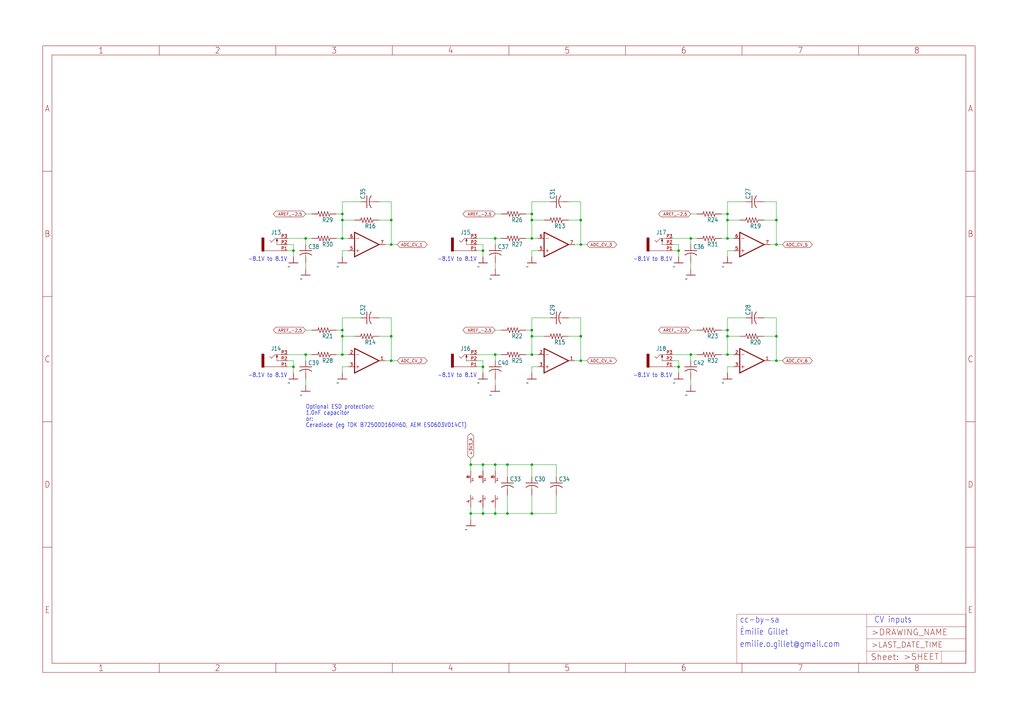
<source format=kicad_sch>
(kicad_sch (version 20211123) (generator eeschema)
  (paper "User" 425.45 299.161)
  (lib_symbols
    (symbol "stages_v70-eagle-import:A3L-LOC"
      (symbol "A3L-LOC_0_0"
        (polyline (pts (xy 0 52.07) (xy 3.81 52.07)))
        (polyline (pts (xy 0 104.14) (xy 3.81 104.14)))
        (polyline (pts (xy 0 156.21) (xy 3.81 156.21)))
        (polyline (pts (xy 0 208.28) (xy 3.81 208.28)))
        (polyline (pts (xy 3.81 3.81) (xy 3.81 256.54)))
        (polyline (pts (xy 48.4188 0) (xy 48.4188 3.81)))
        (polyline (pts (xy 48.4188 256.54) (xy 48.4188 260.35)))
        (polyline (pts (xy 96.8375 0) (xy 96.8375 3.81)))
        (polyline (pts (xy 96.8375 256.54) (xy 96.8375 260.35)))
        (polyline (pts (xy 145.2563 0) (xy 145.2563 3.81)))
        (polyline (pts (xy 145.2563 256.54) (xy 145.2563 260.35)))
        (polyline (pts (xy 193.675 0) (xy 193.675 3.81)))
        (polyline (pts (xy 193.675 256.54) (xy 193.675 260.35)))
        (polyline (pts (xy 242.0938 0) (xy 242.0938 3.81)))
        (polyline (pts (xy 242.0938 256.54) (xy 242.0938 260.35)))
        (polyline (pts (xy 290.5125 0) (xy 290.5125 3.81)))
        (polyline (pts (xy 290.5125 256.54) (xy 290.5125 260.35)))
        (polyline (pts (xy 338.9313 0) (xy 338.9313 3.81)))
        (polyline (pts (xy 338.9313 256.54) (xy 338.9313 260.35)))
        (polyline (pts (xy 383.54 3.81) (xy 3.81 3.81)))
        (polyline (pts (xy 383.54 3.81) (xy 383.54 256.54)))
        (polyline (pts (xy 383.54 52.07) (xy 387.35 52.07)))
        (polyline (pts (xy 383.54 104.14) (xy 387.35 104.14)))
        (polyline (pts (xy 383.54 156.21) (xy 387.35 156.21)))
        (polyline (pts (xy 383.54 208.28) (xy 387.35 208.28)))
        (polyline (pts (xy 383.54 256.54) (xy 3.81 256.54)))
        (polyline (pts (xy 0 0) (xy 387.35 0) (xy 387.35 260.35) (xy 0 260.35) (xy 0 0)))
        (text "1" (at 24.2094 1.905 0) (effects (font (size 2.54 2.286))))
        (text "1" (at 24.2094 258.445 0) (effects (font (size 2.54 2.286))))
        (text "2" (at 72.6281 1.905 0) (effects (font (size 2.54 2.286))))
        (text "2" (at 72.6281 258.445 0) (effects (font (size 2.54 2.286))))
        (text "3" (at 121.0469 1.905 0) (effects (font (size 2.54 2.286))))
        (text "3" (at 121.0469 258.445 0) (effects (font (size 2.54 2.286))))
        (text "4" (at 169.4656 1.905 0) (effects (font (size 2.54 2.286))))
        (text "4" (at 169.4656 258.445 0) (effects (font (size 2.54 2.286))))
        (text "5" (at 217.8844 1.905 0) (effects (font (size 2.54 2.286))))
        (text "5" (at 217.8844 258.445 0) (effects (font (size 2.54 2.286))))
        (text "6" (at 266.3031 1.905 0) (effects (font (size 2.54 2.286))))
        (text "6" (at 266.3031 258.445 0) (effects (font (size 2.54 2.286))))
        (text "7" (at 314.7219 1.905 0) (effects (font (size 2.54 2.286))))
        (text "7" (at 314.7219 258.445 0) (effects (font (size 2.54 2.286))))
        (text "8" (at 363.1406 1.905 0) (effects (font (size 2.54 2.286))))
        (text "8" (at 363.1406 258.445 0) (effects (font (size 2.54 2.286))))
        (text "A" (at 1.905 234.315 0) (effects (font (size 2.54 2.286))))
        (text "A" (at 385.445 234.315 0) (effects (font (size 2.54 2.286))))
        (text "B" (at 1.905 182.245 0) (effects (font (size 2.54 2.286))))
        (text "B" (at 385.445 182.245 0) (effects (font (size 2.54 2.286))))
        (text "C" (at 1.905 130.175 0) (effects (font (size 2.54 2.286))))
        (text "C" (at 385.445 130.175 0) (effects (font (size 2.54 2.286))))
        (text "D" (at 1.905 78.105 0) (effects (font (size 2.54 2.286))))
        (text "D" (at 385.445 78.105 0) (effects (font (size 2.54 2.286))))
        (text "E" (at 1.905 26.035 0) (effects (font (size 2.54 2.286))))
        (text "E" (at 385.445 26.035 0) (effects (font (size 2.54 2.286))))
      )
      (symbol "A3L-LOC_1_0"
        (polyline (pts (xy 288.29 3.81) (xy 288.29 24.13)) (stroke (width 0.1016)))
        (polyline (pts (xy 288.29 3.81) (xy 342.265 3.81)) (stroke (width 0.1016)))
        (polyline (pts (xy 288.29 24.13) (xy 342.265 24.13)) (stroke (width 0.1016)))
        (polyline (pts (xy 342.265 3.81) (xy 373.38 3.81)) (stroke (width 0.1016)))
        (polyline (pts (xy 342.265 8.89) (xy 342.265 3.81)) (stroke (width 0.1016)))
        (polyline (pts (xy 342.265 8.89) (xy 342.265 13.97)) (stroke (width 0.1016)))
        (polyline (pts (xy 342.265 13.97) (xy 342.265 19.05)) (stroke (width 0.1016)))
        (polyline (pts (xy 342.265 13.97) (xy 383.54 13.97)) (stroke (width 0.1016)))
        (polyline (pts (xy 342.265 19.05) (xy 342.265 24.13)) (stroke (width 0.1016)))
        (polyline (pts (xy 342.265 19.05) (xy 383.54 19.05)) (stroke (width 0.1016)))
        (polyline (pts (xy 342.265 24.13) (xy 383.54 24.13)) (stroke (width 0.1016)))
        (polyline (pts (xy 373.38 3.81) (xy 373.38 8.89)) (stroke (width 0.1016)))
        (polyline (pts (xy 373.38 3.81) (xy 383.54 3.81)) (stroke (width 0.1016)))
        (polyline (pts (xy 373.38 8.89) (xy 342.265 8.89)) (stroke (width 0.1016)))
        (polyline (pts (xy 373.38 8.89) (xy 383.54 8.89)) (stroke (width 0.1016)))
        (polyline (pts (xy 383.54 3.81) (xy 383.54 8.89)) (stroke (width 0.1016)))
        (polyline (pts (xy 383.54 8.89) (xy 383.54 13.97)) (stroke (width 0.1016)))
        (polyline (pts (xy 383.54 13.97) (xy 383.54 19.05)) (stroke (width 0.1016)))
        (polyline (pts (xy 383.54 19.05) (xy 383.54 24.13)) (stroke (width 0.1016)))
        (text ">DRAWING_NAME" (at 344.17 15.24 0) (effects (font (size 2.54 2.54)) (justify left bottom)))
        (text ">LAST_DATE_TIME" (at 344.17 10.16 0) (effects (font (size 2.286 2.286)) (justify left bottom)))
        (text ">SHEET" (at 357.505 5.08 0) (effects (font (size 2.54 2.54)) (justify left bottom)))
        (text "Sheet:" (at 343.916 4.953 0) (effects (font (size 2.54 2.54)) (justify left bottom)))
      )
    )
    (symbol "stages_v70-eagle-import:C-USC0402"
      (property "Reference" "C" (at 1.016 0.635 0))
      (property "Value" "C-USC0402" (at 1.016 -4.191 0))
      (symbol "C-USC0402_1_0"
        (arc (start 0 -1.0161) (mid -1.302 -1.2303) (end -2.4668 -1.8504) (stroke (width 0.254)))
        (polyline (pts (xy -2.54 0) (xy 2.54 0)) (stroke (width 0.254)))
        (polyline (pts (xy 0 -1.016) (xy 0 -2.54)) (stroke (width 0.1524)))
        (arc (start 2.4892 -1.8542) (mid 1.3158 -1.2195) (end 0 -1) (stroke (width 0.254)))
        (pin passive line (at 0 2.54 270) (length 2.54) (name "1") (number "1"))
        (pin passive line (at 0 -5.08 90) (length 2.54) (name "2") (number "2"))
      )
    )
    (symbol "stages_v70-eagle-import:C-USC0603"
      (property "Reference" "C" (at 1.016 0.635 0))
      (property "Value" "C-USC0603" (at 1.016 -4.191 0))
      (symbol "C-USC0603_1_0"
        (arc (start 0 -1.0161) (mid -1.302 -1.2303) (end -2.4668 -1.8504) (stroke (width 0.254)))
        (polyline (pts (xy -2.54 0) (xy 2.54 0)) (stroke (width 0.254)))
        (polyline (pts (xy 0 -1.016) (xy 0 -2.54)) (stroke (width 0.1524)))
        (arc (start 2.4892 -1.8542) (mid 1.3158 -1.2195) (end 0 -1) (stroke (width 0.254)))
        (pin passive line (at 0 2.54 270) (length 2.54) (name "1") (number "1"))
        (pin passive line (at 0 -5.08 90) (length 2.54) (name "2") (number "2"))
      )
    )
    (symbol "stages_v70-eagle-import:GND" (power)
      (property "Value" "GND" (at -2.54 -2.54 0))
      (symbol "GND_1_0"
        (polyline (pts (xy -1.905 0) (xy 1.905 0)) (stroke (width 0.254)))
        (pin power_in line (at 0 2.54 270) (length 2.54) (name "GND") (number "1"))
      )
    )
    (symbol "stages_v70-eagle-import:OPA1652DGK"
      (symbol "OPA1652DGK_1_0"
        (polyline (pts (xy -5.08 -5.08) (xy 5.08 0)) (stroke (width 0.4064)))
        (polyline (pts (xy -5.08 5.08) (xy -5.08 -5.08)) (stroke (width 0.4064)))
        (polyline (pts (xy -4.445 -2.54) (xy -3.175 -2.54)) (stroke (width 0.1524)))
        (polyline (pts (xy -4.445 2.54) (xy -3.175 2.54)) (stroke (width 0.1524)))
        (polyline (pts (xy -3.81 3.175) (xy -3.81 1.905)) (stroke (width 0.1524)))
        (polyline (pts (xy 5.08 0) (xy -5.08 5.08)) (stroke (width 0.4064)))
        (pin output line (at 7.62 0 180) (length 2.54) (name "OUT") (number "1"))
        (pin input line (at -7.62 -2.54 0) (length 2.54) (name "-IN") (number "2"))
        (pin input line (at -7.62 2.54 0) (length 2.54) (name "+IN") (number "3"))
      )
      (symbol "OPA1652DGK_2_0"
        (polyline (pts (xy -5.08 -5.08) (xy 5.08 0)) (stroke (width 0.4064)))
        (polyline (pts (xy -5.08 5.08) (xy -5.08 -5.08)) (stroke (width 0.4064)))
        (polyline (pts (xy -4.445 -2.54) (xy -3.175 -2.54)) (stroke (width 0.1524)))
        (polyline (pts (xy -4.445 2.54) (xy -3.175 2.54)) (stroke (width 0.1524)))
        (polyline (pts (xy -3.81 3.175) (xy -3.81 1.905)) (stroke (width 0.1524)))
        (polyline (pts (xy 5.08 0) (xy -5.08 5.08)) (stroke (width 0.4064)))
        (pin input line (at -7.62 2.54 0) (length 2.54) (name "+IN") (number "5"))
        (pin input line (at -7.62 -2.54 0) (length 2.54) (name "-IN") (number "6"))
        (pin output line (at 7.62 0 180) (length 2.54) (name "OUT") (number "7"))
      )
      (symbol "OPA1652DGK_3_0"
        (text "V+" (at 1.27 3.175 900) (effects (font (size 0.8128 0.6908)) (justify left bottom)))
        (text "V-" (at 1.27 -4.445 900) (effects (font (size 0.8128 0.6908)) (justify left bottom)))
        (pin power_in line (at 0 -7.62 90) (length 5.08) (name "V-") (number "4"))
        (pin power_in line (at 0 7.62 270) (length 5.08) (name "V+") (number "8"))
      )
    )
    (symbol "stages_v70-eagle-import:PJ301_THONKICONN6"
      (property "Reference" "J" (at -2.54 4.064 0))
      (symbol "PJ301_THONKICONN6_1_0"
        (polyline (pts (xy -2.54 -2.54) (xy 4.572 -2.54)) (stroke (width 0.1524)))
        (polyline (pts (xy -2.54 0) (xy -0.762 0)) (stroke (width 0.1524)))
        (polyline (pts (xy -2.54 2.54) (xy 0 2.54)) (stroke (width 0.1524)))
        (polyline (pts (xy -1.016 1.524) (xy -0.508 1.524)) (stroke (width 0.254)))
        (polyline (pts (xy -0.762 0) (xy -0.762 2.286)) (stroke (width 0.1524)))
        (polyline (pts (xy -0.762 2.286) (xy -1.016 1.524)) (stroke (width 0.254)))
        (polyline (pts (xy -0.508 1.524) (xy -0.762 2.286)) (stroke (width 0.254)))
        (polyline (pts (xy 0 2.54) (xy 1.524 1.016)) (stroke (width 0.1524)))
        (polyline (pts (xy 1.524 1.016) (xy 2.286 1.778)) (stroke (width 0.1524)))
        (rectangle (start 4.572 2.794) (end 5.588 -2.794) (fill (type outline)))
        (pin passive line (at -5.08 -2.54 0) (length 2.54) (name "1") (number "P1"))
        (pin passive line (at -5.08 0 0) (length 2.54) (name "2") (number "P2"))
        (pin passive line (at -5.08 2.54 0) (length 2.54) (name "3") (number "P3"))
      )
    )
    (symbol "stages_v70-eagle-import:R-US_R0402"
      (property "Reference" "R" (at -3.81 1.4986 0))
      (property "Value" "R-US_R0402" (at -3.81 -3.302 0))
      (symbol "R-US_R0402_1_0"
        (polyline (pts (xy -2.54 0) (xy -2.159 1.016)) (stroke (width 0.2032)))
        (polyline (pts (xy -2.159 1.016) (xy -1.524 -1.016)) (stroke (width 0.2032)))
        (polyline (pts (xy -1.524 -1.016) (xy -0.889 1.016)) (stroke (width 0.2032)))
        (polyline (pts (xy -0.889 1.016) (xy -0.254 -1.016)) (stroke (width 0.2032)))
        (polyline (pts (xy -0.254 -1.016) (xy 0.381 1.016)) (stroke (width 0.2032)))
        (polyline (pts (xy 0.381 1.016) (xy 1.016 -1.016)) (stroke (width 0.2032)))
        (polyline (pts (xy 1.016 -1.016) (xy 1.651 1.016)) (stroke (width 0.2032)))
        (polyline (pts (xy 1.651 1.016) (xy 2.286 -1.016)) (stroke (width 0.2032)))
        (polyline (pts (xy 2.286 -1.016) (xy 2.54 0)) (stroke (width 0.2032)))
        (pin passive line (at -5.08 0 0) (length 2.54) (name "1") (number "1"))
        (pin passive line (at 5.08 0 180) (length 2.54) (name "2") (number "2"))
      )
    )
  )
  (junction (at 142.24 147.32))
  (junction (at 121.92 152.4))
  (junction (at 241.3 91.44))
  (junction (at 220.98 193.04))
  (junction (at 241.3 139.7))
  (junction (at 322.58 139.7))
  (junction (at 162.56 91.44))
  (junction (at 302.26 88.9))
  (junction (at 162.56 139.7))
  (junction (at 205.74 213.36))
  (junction (at 302.26 99.06))
  (junction (at 200.66 104.14))
  (junction (at 205.74 193.04))
  (junction (at 241.3 149.86))
  (junction (at 281.94 104.14))
  (junction (at 302.26 91.44))
  (junction (at 220.98 139.7))
  (junction (at 241.3 101.6))
  (junction (at 142.24 139.7))
  (junction (at 200.66 152.4))
  (junction (at 322.58 101.6))
  (junction (at 220.98 91.44))
  (junction (at 287.02 147.32))
  (junction (at 195.58 193.04))
  (junction (at 220.98 99.06))
  (junction (at 200.66 213.36))
  (junction (at 287.02 99.06))
  (junction (at 142.24 91.44))
  (junction (at 210.82 193.04))
  (junction (at 121.92 104.14))
  (junction (at 142.24 88.9))
  (junction (at 220.98 88.9))
  (junction (at 205.74 147.32))
  (junction (at 210.82 213.36))
  (junction (at 142.24 99.06))
  (junction (at 205.74 99.06))
  (junction (at 162.56 149.86))
  (junction (at 162.56 101.6))
  (junction (at 127 99.06))
  (junction (at 220.98 137.16))
  (junction (at 220.98 147.32))
  (junction (at 302.26 147.32))
  (junction (at 200.66 193.04))
  (junction (at 281.94 152.4))
  (junction (at 322.58 149.86))
  (junction (at 142.24 137.16))
  (junction (at 127 147.32))
  (junction (at 322.58 91.44))
  (junction (at 302.26 137.16))
  (junction (at 195.58 213.36))
  (junction (at 220.98 213.36))
  (junction (at 302.26 139.7))
  (wire (pts (xy 210.82 213.36) (xy 210.82 205.74)))
  (wire (pts (xy 162.56 83.82) (xy 162.56 91.44)))
  (wire (pts (xy 127 157.48) (xy 127 160.02)))
  (wire (pts (xy 302.26 104.14) (xy 302.26 106.68)))
  (wire (pts (xy 304.8 104.14) (xy 302.26 104.14)))
  (wire (pts (xy 195.58 210.82) (xy 195.58 213.36)))
  (wire (pts (xy 220.98 213.36) (xy 220.98 205.74)))
  (wire (pts (xy 121.92 152.4) (xy 121.92 154.94)))
  (wire (pts (xy 302.26 88.9) (xy 302.26 91.44)))
  (wire (pts (xy 279.4 147.32) (xy 287.02 147.32)))
  (wire (pts (xy 302.26 91.44) (xy 302.26 99.06)))
  (wire (pts (xy 218.44 137.16) (xy 220.98 137.16)))
  (wire (pts (xy 220.98 83.82) (xy 220.98 88.9)))
  (wire (pts (xy 241.3 91.44) (xy 241.3 101.6)))
  (wire (pts (xy 281.94 104.14) (xy 281.94 106.68)))
  (wire (pts (xy 195.58 195.58) (xy 195.58 193.04)))
  (wire (pts (xy 287.02 157.48) (xy 287.02 160.02)))
  (wire (pts (xy 220.98 104.14) (xy 220.98 106.68)))
  (wire (pts (xy 322.58 149.86) (xy 320.04 149.86)))
  (wire (pts (xy 195.58 193.04) (xy 200.66 193.04)))
  (wire (pts (xy 200.66 210.82) (xy 200.66 213.36)))
  (wire (pts (xy 205.74 149.86) (xy 205.74 147.32)))
  (wire (pts (xy 279.4 152.4) (xy 281.94 152.4)))
  (wire (pts (xy 162.56 91.44) (xy 162.56 101.6)))
  (wire (pts (xy 220.98 88.9) (xy 220.98 91.44)))
  (wire (pts (xy 281.94 101.6) (xy 281.94 104.14)))
  (wire (pts (xy 157.48 132.08) (xy 162.56 132.08)))
  (wire (pts (xy 241.3 132.08) (xy 241.3 139.7)))
  (wire (pts (xy 304.8 152.4) (xy 302.26 152.4)))
  (wire (pts (xy 220.98 137.16) (xy 220.98 139.7)))
  (wire (pts (xy 142.24 152.4) (xy 142.24 154.94)))
  (wire (pts (xy 218.44 147.32) (xy 220.98 147.32)))
  (wire (pts (xy 121.92 149.86) (xy 121.92 152.4)))
  (wire (pts (xy 205.74 147.32) (xy 208.28 147.32)))
  (wire (pts (xy 205.74 101.6) (xy 205.74 99.06)))
  (wire (pts (xy 205.74 157.48) (xy 205.74 160.02)))
  (wire (pts (xy 241.3 139.7) (xy 241.3 149.86)))
  (wire (pts (xy 200.66 193.04) (xy 205.74 193.04)))
  (wire (pts (xy 322.58 83.82) (xy 322.58 91.44)))
  (wire (pts (xy 142.24 139.7) (xy 142.24 147.32)))
  (wire (pts (xy 220.98 99.06) (xy 223.52 99.06)))
  (wire (pts (xy 309.88 83.82) (xy 302.26 83.82)))
  (wire (pts (xy 236.22 132.08) (xy 241.3 132.08)))
  (wire (pts (xy 127 101.6) (xy 127 99.06)))
  (wire (pts (xy 200.66 104.14) (xy 200.66 106.68)))
  (wire (pts (xy 198.12 147.32) (xy 205.74 147.32)))
  (wire (pts (xy 226.06 91.44) (xy 220.98 91.44)))
  (wire (pts (xy 220.98 132.08) (xy 220.98 137.16)))
  (wire (pts (xy 127 109.22) (xy 127 111.76)))
  (wire (pts (xy 157.48 139.7) (xy 162.56 139.7)))
  (wire (pts (xy 302.26 99.06) (xy 304.8 99.06)))
  (wire (pts (xy 241.3 101.6) (xy 243.84 101.6)))
  (wire (pts (xy 198.12 149.86) (xy 200.66 149.86)))
  (wire (pts (xy 287.02 149.86) (xy 287.02 147.32)))
  (wire (pts (xy 144.78 152.4) (xy 142.24 152.4)))
  (wire (pts (xy 317.5 132.08) (xy 322.58 132.08)))
  (wire (pts (xy 281.94 152.4) (xy 281.94 154.94)))
  (wire (pts (xy 287.02 99.06) (xy 289.56 99.06)))
  (wire (pts (xy 220.98 147.32) (xy 223.52 147.32)))
  (wire (pts (xy 302.26 83.82) (xy 302.26 88.9)))
  (wire (pts (xy 119.38 149.86) (xy 121.92 149.86)))
  (wire (pts (xy 139.7 137.16) (xy 142.24 137.16)))
  (wire (pts (xy 317.5 83.82) (xy 322.58 83.82)))
  (wire (pts (xy 223.52 104.14) (xy 220.98 104.14)))
  (wire (pts (xy 317.5 139.7) (xy 322.58 139.7)))
  (wire (pts (xy 220.98 213.36) (xy 231.14 213.36)))
  (wire (pts (xy 147.32 139.7) (xy 142.24 139.7)))
  (wire (pts (xy 223.52 152.4) (xy 220.98 152.4)))
  (wire (pts (xy 208.28 137.16) (xy 205.74 137.16)))
  (wire (pts (xy 149.86 83.82) (xy 142.24 83.82)))
  (wire (pts (xy 127 147.32) (xy 129.54 147.32)))
  (wire (pts (xy 205.74 109.22) (xy 205.74 111.76)))
  (wire (pts (xy 157.48 91.44) (xy 162.56 91.44)))
  (wire (pts (xy 231.14 193.04) (xy 231.14 198.12)))
  (wire (pts (xy 322.58 149.86) (xy 325.12 149.86)))
  (wire (pts (xy 241.3 83.82) (xy 241.3 91.44)))
  (wire (pts (xy 147.32 91.44) (xy 142.24 91.44)))
  (wire (pts (xy 149.86 132.08) (xy 142.24 132.08)))
  (wire (pts (xy 144.78 104.14) (xy 142.24 104.14)))
  (wire (pts (xy 220.98 91.44) (xy 220.98 99.06)))
  (wire (pts (xy 142.24 83.82) (xy 142.24 88.9)))
  (wire (pts (xy 208.28 88.9) (xy 205.74 88.9)))
  (wire (pts (xy 129.54 137.16) (xy 127 137.16)))
  (wire (pts (xy 299.72 88.9) (xy 302.26 88.9)))
  (wire (pts (xy 307.34 91.44) (xy 302.26 91.44)))
  (wire (pts (xy 142.24 147.32) (xy 144.78 147.32)))
  (wire (pts (xy 289.56 137.16) (xy 287.02 137.16)))
  (wire (pts (xy 162.56 139.7) (xy 162.56 149.86)))
  (wire (pts (xy 200.66 152.4) (xy 200.66 154.94)))
  (wire (pts (xy 279.4 99.06) (xy 287.02 99.06)))
  (wire (pts (xy 210.82 193.04) (xy 210.82 198.12)))
  (wire (pts (xy 121.92 101.6) (xy 121.92 104.14)))
  (wire (pts (xy 198.12 99.06) (xy 205.74 99.06)))
  (wire (pts (xy 210.82 213.36) (xy 220.98 213.36)))
  (wire (pts (xy 241.3 149.86) (xy 238.76 149.86)))
  (wire (pts (xy 302.26 152.4) (xy 302.26 154.94)))
  (wire (pts (xy 220.98 152.4) (xy 220.98 154.94)))
  (wire (pts (xy 119.38 101.6) (xy 121.92 101.6)))
  (wire (pts (xy 322.58 101.6) (xy 320.04 101.6)))
  (wire (pts (xy 220.98 139.7) (xy 220.98 147.32)))
  (wire (pts (xy 127 99.06) (xy 129.54 99.06)))
  (wire (pts (xy 279.4 149.86) (xy 281.94 149.86)))
  (wire (pts (xy 162.56 101.6) (xy 165.1 101.6)))
  (wire (pts (xy 205.74 213.36) (xy 205.74 210.82)))
  (wire (pts (xy 210.82 193.04) (xy 220.98 193.04)))
  (wire (pts (xy 281.94 149.86) (xy 281.94 152.4)))
  (wire (pts (xy 287.02 147.32) (xy 289.56 147.32)))
  (wire (pts (xy 236.22 83.82) (xy 241.3 83.82)))
  (wire (pts (xy 162.56 132.08) (xy 162.56 139.7)))
  (wire (pts (xy 279.4 101.6) (xy 281.94 101.6)))
  (wire (pts (xy 289.56 88.9) (xy 287.02 88.9)))
  (wire (pts (xy 241.3 149.86) (xy 243.84 149.86)))
  (wire (pts (xy 121.92 104.14) (xy 121.92 106.68)))
  (wire (pts (xy 302.26 137.16) (xy 302.26 139.7)))
  (wire (pts (xy 322.58 132.08) (xy 322.58 139.7)))
  (wire (pts (xy 218.44 99.06) (xy 220.98 99.06)))
  (wire (pts (xy 142.24 99.06) (xy 144.78 99.06)))
  (wire (pts (xy 198.12 152.4) (xy 200.66 152.4)))
  (wire (pts (xy 205.74 99.06) (xy 208.28 99.06)))
  (wire (pts (xy 139.7 88.9) (xy 142.24 88.9)))
  (wire (pts (xy 119.38 147.32) (xy 127 147.32)))
  (wire (pts (xy 279.4 104.14) (xy 281.94 104.14)))
  (wire (pts (xy 226.06 139.7) (xy 220.98 139.7)))
  (wire (pts (xy 218.44 88.9) (xy 220.98 88.9)))
  (wire (pts (xy 205.74 193.04) (xy 205.74 195.58)))
  (wire (pts (xy 142.24 88.9) (xy 142.24 91.44)))
  (wire (pts (xy 287.02 101.6) (xy 287.02 99.06)))
  (wire (pts (xy 129.54 88.9) (xy 127 88.9)))
  (wire (pts (xy 195.58 213.36) (xy 195.58 215.9)))
  (wire (pts (xy 119.38 104.14) (xy 121.92 104.14)))
  (wire (pts (xy 127 149.86) (xy 127 147.32)))
  (wire (pts (xy 220.98 193.04) (xy 220.98 198.12)))
  (wire (pts (xy 236.22 91.44) (xy 241.3 91.44)))
  (wire (pts (xy 317.5 91.44) (xy 322.58 91.44)))
  (wire (pts (xy 200.66 195.58) (xy 200.66 193.04)))
  (wire (pts (xy 302.26 147.32) (xy 304.8 147.32)))
  (wire (pts (xy 299.72 147.32) (xy 302.26 147.32)))
  (wire (pts (xy 195.58 213.36) (xy 200.66 213.36)))
  (wire (pts (xy 241.3 101.6) (xy 238.76 101.6)))
  (wire (pts (xy 162.56 101.6) (xy 160.02 101.6)))
  (wire (pts (xy 142.24 132.08) (xy 142.24 137.16)))
  (wire (pts (xy 322.58 101.6) (xy 325.12 101.6)))
  (wire (pts (xy 162.56 149.86) (xy 165.1 149.86)))
  (wire (pts (xy 205.74 213.36) (xy 210.82 213.36)))
  (wire (pts (xy 299.72 99.06) (xy 302.26 99.06)))
  (wire (pts (xy 322.58 91.44) (xy 322.58 101.6)))
  (wire (pts (xy 142.24 91.44) (xy 142.24 99.06)))
  (wire (pts (xy 322.58 139.7) (xy 322.58 149.86)))
  (wire (pts (xy 200.66 101.6) (xy 200.66 104.14)))
  (wire (pts (xy 119.38 99.06) (xy 127 99.06)))
  (wire (pts (xy 228.6 83.82) (xy 220.98 83.82)))
  (wire (pts (xy 231.14 213.36) (xy 231.14 205.74)))
  (wire (pts (xy 236.22 139.7) (xy 241.3 139.7)))
  (wire (pts (xy 228.6 132.08) (xy 220.98 132.08)))
  (wire (pts (xy 198.12 101.6) (xy 200.66 101.6)))
  (wire (pts (xy 157.48 83.82) (xy 162.56 83.82)))
  (wire (pts (xy 220.98 193.04) (xy 231.14 193.04)))
  (wire (pts (xy 142.24 104.14) (xy 142.24 106.68)))
  (wire (pts (xy 200.66 213.36) (xy 205.74 213.36)))
  (wire (pts (xy 287.02 109.22) (xy 287.02 111.76)))
  (wire (pts (xy 139.7 147.32) (xy 142.24 147.32)))
  (wire (pts (xy 302.26 132.08) (xy 302.26 137.16)))
  (wire (pts (xy 205.74 193.04) (xy 210.82 193.04)))
  (wire (pts (xy 302.26 139.7) (xy 302.26 147.32)))
  (wire (pts (xy 195.58 193.04) (xy 195.58 190.5)))
  (wire (pts (xy 162.56 149.86) (xy 160.02 149.86)))
  (wire (pts (xy 142.24 137.16) (xy 142.24 139.7)))
  (wire (pts (xy 200.66 149.86) (xy 200.66 152.4)))
  (wire (pts (xy 307.34 139.7) (xy 302.26 139.7)))
  (wire (pts (xy 119.38 152.4) (xy 121.92 152.4)))
  (wire (pts (xy 299.72 137.16) (xy 302.26 137.16)))
  (wire (pts (xy 309.88 132.08) (xy 302.26 132.08)))
  (wire (pts (xy 198.12 104.14) (xy 200.66 104.14)))
  (wire (pts (xy 139.7 99.06) (xy 142.24 99.06)))
  (text "emilie.o.gillet@gmail.com" (at 307.34 269.24 180) (effects (font (size 2.54 2.159)) (justify left bottom)))
  (text "CV inputs" (at 363.22 259.08 180) (effects (font (size 2.54 2.159)) (justify left bottom)))
  (text "Optional ESD protection:" (at 127 170.18 180) (effects (font (size 1.778 1.5113)) (justify left bottom)))
  (text "Émilie Gillet" (at 307.34 264.16 180) (effects (font (size 2.54 2.159)) (justify left bottom)))
  (text "Ceradiode (eg TDK B72500D160H60, AEM ES0603V014CT)" (at 127 177.8 0) (effects (font (size 1.778 1.5113)) (justify left bottom)))
  (text "or:" (at 127 175.26 180) (effects (font (size 1.778 1.5113)) (justify left bottom)))
  (text "1.0nF capacitor" (at 127 172.72 180) (effects (font (size 1.778 1.5113)) (justify left bottom)))
  (text "-8.1V to 8.1V" (at 198.12 154.94 180) (effects (font (size 1.778 1.5113)) (justify right top)))
  (text "-8.1V to 8.1V" (at 119.38 154.94 180) (effects (font (size 1.778 1.5113)) (justify right top)))
  (text "-8.1V to 8.1V" (at 279.4 154.94 180) (effects (font (size 1.778 1.5113)) (justify right top)))
  (text "-8.1V to 8.1V" (at 119.38 106.68 180) (effects (font (size 1.778 1.5113)) (justify right top)))
  (text "-8.1V to 8.1V" (at 198.12 106.68 180) (effects (font (size 1.778 1.5113)) (justify right top)))
  (text "cc-by-sa" (at 307.34 259.08 180) (effects (font (size 2.54 2.159)) (justify left bottom)))
  (text "-8.1V to 8.1V" (at 279.4 106.68 180) (effects (font (size 1.778 1.5113)) (justify right top)))
  (global_label "ADC_CV_1" (shape bidirectional) (at 165.1 101.6 0) (effects (font (size 1.2446 1.2446))) (property "Intersheet References" "${INTERSHEET_REFS}" (effects hide)))
  (global_label "ADC_CV_5" (shape bidirectional) (at 325.12 101.6 0) (effects (font (size 1.2446 1.2446))) (property "Intersheet References" "${INTERSHEET_REFS}" (effects hide)))
  (global_label "AREF_-2.5" (shape bidirectional) (at 127 137.16 180) (effects (font (size 1.2446 1.2446))) (property "Intersheet References" "${INTERSHEET_REFS}" (effects hide)))
  (global_label "AREF_-2.5" (shape bidirectional) (at 205.74 88.9 180) (effects (font (size 1.2446 1.2446))) (property "Intersheet References" "${INTERSHEET_REFS}" (effects hide)))
  (global_label "ADC_CV_4" (shape bidirectional) (at 243.84 149.86 0) (effects (font (size 1.2446 1.2446))) (property "Intersheet References" "${INTERSHEET_REFS}" (effects hide)))
  (global_label "ADC_CV_6" (shape bidirectional) (at 325.12 149.86 0) (effects (font (size 1.2446 1.2446))) (property "Intersheet References" "${INTERSHEET_REFS}" (effects hide)))
  (global_label "+3V3_A" (shape bidirectional) (at 195.58 190.5 90) (effects (font (size 1.2446 1.2446))) (property "Intersheet References" "${INTERSHEET_REFS}" (effects hide)))
  (global_label "AREF_-2.5" (shape bidirectional) (at 205.74 137.16 180) (effects (font (size 1.2446 1.2446))) (property "Intersheet References" "${INTERSHEET_REFS}" (effects hide)))
  (global_label "AREF_-2.5" (shape bidirectional) (at 287.02 88.9 180) (effects (font (size 1.2446 1.2446))) (property "Intersheet References" "${INTERSHEET_REFS}" (effects hide)))
  (global_label "AREF_-2.5" (shape bidirectional) (at 127 88.9 180) (effects (font (size 1.2446 1.2446))) (property "Intersheet References" "${INTERSHEET_REFS}" (effects hide)))
  (global_label "AREF_-2.5" (shape bidirectional) (at 287.02 137.16 180) (effects (font (size 1.2446 1.2446))) (property "Intersheet References" "${INTERSHEET_REFS}" (effects hide)))
  (global_label "ADC_CV_3" (shape bidirectional) (at 243.84 101.6 0) (effects (font (size 1.2446 1.2446))) (property "Intersheet References" "${INTERSHEET_REFS}" (effects hide)))
  (global_label "ADC_CV_2" (shape bidirectional) (at 165.1 149.86 0) (effects (font (size 1.2446 1.2446))) (property "Intersheet References" "${INTERSHEET_REFS}" (effects hide)))
  (symbol (lib_id "stages_v70-eagle-import:C-USC0603") (at 205.74 104.14 0) (unit 1)
    (property "Reference" "C37" (at 206.756 103.505 0) (effects (font (size 1.778 1.5113)) (justify left bottom)))
  )
  (symbol (lib_id "stages_v70-eagle-import:GND") (at 220.98 109.22 0) (unit 1)
    (property "Reference" "#GND33" (effects hide))
  )
  (symbol (lib_id "stages_v70-eagle-import:GND") (at 287.02 114.3 0) (unit 1)
    (property "Reference" "#GND106" (effects hide))
  )
  (symbol (lib_id "stages_v70-eagle-import:R-US_R0402") (at 152.4 91.44 180) (unit 1)
    (property "Reference" "R16" (at 156.21 92.9386 0) (effects (font (size 1.778 1.5113)) (justify left bottom)))
  )
  (symbol (lib_id "stages_v70-eagle-import:A3L-LOC") (at 17.78 279.4 0) (unit 1)
    (property "Reference" "#FRAME5" (effects hide))
  )
  (symbol (lib_id "stages_v70-eagle-import:GND") (at 121.92 157.48 0) (unit 1)
    (property "Reference" "#GND30" (effects hide))
  )
  (symbol (lib_id "stages_v70-eagle-import:GND") (at 281.94 109.22 0) (unit 1)
    (property "Reference" "#GND36" (effects hide))
  )
  (symbol (lib_id "stages_v70-eagle-import:PJ301_THONKICONN6") (at 193.04 101.6 0) (mirror y) (unit 1)
    (property "Reference" "J15" (at 195.58 97.536 0) (effects (font (size 1.778 1.5113)) (justify left bottom)))
  )
  (symbol (lib_id "stages_v70-eagle-import:C-USC0603") (at 287.02 104.14 0) (unit 1)
    (property "Reference" "C36" (at 288.036 103.505 0) (effects (font (size 1.778 1.5113)) (justify left bottom)))
  )
  (symbol (lib_id "stages_v70-eagle-import:GND") (at 200.66 157.48 0) (unit 1)
    (property "Reference" "#GND34" (effects hide))
  )
  (symbol (lib_id "stages_v70-eagle-import:GND") (at 281.94 157.48 0) (unit 1)
    (property "Reference" "#GND38" (effects hide))
  )
  (symbol (lib_id "stages_v70-eagle-import:GND") (at 142.24 157.48 0) (unit 1)
    (property "Reference" "#GND31" (effects hide))
  )
  (symbol (lib_id "stages_v70-eagle-import:R-US_R0402") (at 134.62 88.9 180) (unit 1)
    (property "Reference" "R29" (at 138.43 90.3986 0) (effects (font (size 1.778 1.5113)) (justify left bottom)))
  )
  (symbol (lib_id "stages_v70-eagle-import:R-US_R0402") (at 134.62 147.32 180) (unit 1)
    (property "Reference" "R28" (at 138.43 148.8186 0) (effects (font (size 1.778 1.5113)) (justify left bottom)))
  )
  (symbol (lib_id "stages_v70-eagle-import:OPA1652DGK") (at 152.4 149.86 0) (mirror x) (unit 1)
    (property "Reference" "IC10" (effects hide))
  )
  (symbol (lib_id "stages_v70-eagle-import:C-USC0402") (at 231.14 83.82 90) (unit 1)
    (property "Reference" "C31" (at 230.505 82.804 0) (effects (font (size 1.778 1.5113)) (justify left bottom)))
  )
  (symbol (lib_id "stages_v70-eagle-import:C-USC0402") (at 231.14 200.66 0) (unit 1)
    (property "Reference" "C34" (at 232.156 200.025 0) (effects (font (size 1.778 1.5113)) (justify left bottom)))
  )
  (symbol (lib_id "stages_v70-eagle-import:C-USC0402") (at 312.42 83.82 90) (unit 1)
    (property "Reference" "C27" (at 311.785 82.804 0) (effects (font (size 1.778 1.5113)) (justify left bottom)))
  )
  (symbol (lib_id "stages_v70-eagle-import:R-US_R0402") (at 213.36 99.06 180) (unit 1)
    (property "Reference" "R27" (at 217.17 100.5586 0) (effects (font (size 1.778 1.5113)) (justify left bottom)))
  )
  (symbol (lib_id "stages_v70-eagle-import:GND") (at 302.26 157.48 0) (unit 1)
    (property "Reference" "#GND40" (effects hide))
  )
  (symbol (lib_id "stages_v70-eagle-import:C-USC0603") (at 127 104.14 0) (unit 1)
    (property "Reference" "C38" (at 128.016 103.505 0) (effects (font (size 1.778 1.5113)) (justify left bottom)))
  )
  (symbol (lib_id "stages_v70-eagle-import:C-USC0402") (at 231.14 132.08 90) (unit 1)
    (property "Reference" "C29" (at 230.505 131.064 0) (effects (font (size 1.778 1.5113)) (justify left bottom)))
  )
  (symbol (lib_id "stages_v70-eagle-import:PJ301_THONKICONN6") (at 274.32 149.86 0) (mirror y) (unit 1)
    (property "Reference" "J18" (at 276.86 145.796 0) (effects (font (size 1.778 1.5113)) (justify left bottom)))
  )
  (symbol (lib_id "stages_v70-eagle-import:GND") (at 205.74 162.56 0) (unit 1)
    (property "Reference" "#GND105" (effects hide))
  )
  (symbol (lib_id "stages_v70-eagle-import:GND") (at 302.26 109.22 0) (unit 1)
    (property "Reference" "#GND37" (effects hide))
  )
  (symbol (lib_id "stages_v70-eagle-import:R-US_R0402") (at 294.64 147.32 180) (unit 1)
    (property "Reference" "R32" (at 298.45 148.8186 0) (effects (font (size 1.778 1.5113)) (justify left bottom)))
  )
  (symbol (lib_id "stages_v70-eagle-import:C-USC0603") (at 287.02 152.4 0) (unit 1)
    (property "Reference" "C42" (at 288.036 151.765 0) (effects (font (size 1.778 1.5113)) (justify left bottom)))
  )
  (symbol (lib_id "stages_v70-eagle-import:R-US_R0402") (at 294.64 99.06 180) (unit 1)
    (property "Reference" "R31" (at 298.45 100.5586 0) (effects (font (size 1.778 1.5113)) (justify left bottom)))
  )
  (symbol (lib_id "stages_v70-eagle-import:C-USC0402") (at 152.4 83.82 90) (unit 1)
    (property "Reference" "C35" (at 151.765 82.804 0) (effects (font (size 1.778 1.5113)) (justify left bottom)))
  )
  (symbol (lib_id "stages_v70-eagle-import:R-US_R0402") (at 231.14 91.44 180) (unit 1)
    (property "Reference" "R13" (at 234.95 92.9386 0) (effects (font (size 1.778 1.5113)) (justify left bottom)))
  )
  (symbol (lib_id "stages_v70-eagle-import:GND") (at 205.74 114.3 0) (unit 1)
    (property "Reference" "#GND104" (effects hide))
  )
  (symbol (lib_id "stages_v70-eagle-import:GND") (at 195.58 218.44 0) (unit 1)
    (property "Reference" "#GND84" (effects hide))
  )
  (symbol (lib_id "stages_v70-eagle-import:GND") (at 200.66 109.22 0) (unit 1)
    (property "Reference" "#GND32" (effects hide))
  )
  (symbol (lib_id "stages_v70-eagle-import:OPA1652DGK") (at 195.58 203.2 0) (unit 3)
    (property "Reference" "IC10" (effects hide))
  )
  (symbol (lib_id "stages_v70-eagle-import:C-USC0402") (at 312.42 132.08 90) (unit 1)
    (property "Reference" "C28" (at 311.785 131.064 0) (effects (font (size 1.778 1.5113)) (justify left bottom)))
  )
  (symbol (lib_id "stages_v70-eagle-import:OPA1652DGK") (at 200.66 203.2 0) (unit 3)
    (property "Reference" "IC9" (effects hide))
  )
  (symbol (lib_id "stages_v70-eagle-import:GND") (at 127 162.56 0) (unit 1)
    (property "Reference" "#GND103" (effects hide))
  )
  (symbol (lib_id "stages_v70-eagle-import:C-USC0402") (at 220.98 200.66 0) (unit 1)
    (property "Reference" "C30" (at 221.996 200.025 0) (effects (font (size 1.778 1.5113)) (justify left bottom)))
  )
  (symbol (lib_id "stages_v70-eagle-import:C-USC0603") (at 205.74 152.4 0) (unit 1)
    (property "Reference" "C40" (at 206.756 151.765 0) (effects (font (size 1.778 1.5113)) (justify left bottom)))
  )
  (symbol (lib_id "stages_v70-eagle-import:PJ301_THONKICONN6") (at 114.3 101.6 0) (mirror y) (unit 1)
    (property "Reference" "J13" (at 116.84 97.536 0) (effects (font (size 1.778 1.5113)) (justify left bottom)))
  )
  (symbol (lib_id "stages_v70-eagle-import:OPA1652DGK") (at 312.42 101.6 0) (mirror x) (unit 2)
    (property "Reference" "IC8" (effects hide))
  )
  (symbol (lib_id "stages_v70-eagle-import:OPA1652DGK") (at 152.4 101.6 0) (mirror x) (unit 2)
    (property "Reference" "IC10" (effects hide))
  )
  (symbol (lib_id "stages_v70-eagle-import:R-US_R0402") (at 213.36 147.32 180) (unit 1)
    (property "Reference" "R25" (at 217.17 148.8186 0) (effects (font (size 1.778 1.5113)) (justify left bottom)))
  )
  (symbol (lib_id "stages_v70-eagle-import:PJ301_THONKICONN6") (at 274.32 101.6 0) (mirror y) (unit 1)
    (property "Reference" "J17" (at 276.86 97.536 0) (effects (font (size 1.778 1.5113)) (justify left bottom)))
  )
  (symbol (lib_id "stages_v70-eagle-import:GND") (at 220.98 157.48 0) (unit 1)
    (property "Reference" "#GND35" (effects hide))
  )
  (symbol (lib_id "stages_v70-eagle-import:OPA1652DGK") (at 205.74 203.2 0) (unit 3)
    (property "Reference" "IC8" (effects hide))
  )
  (symbol (lib_id "stages_v70-eagle-import:OPA1652DGK") (at 312.42 149.86 0) (mirror x) (unit 1)
    (property "Reference" "IC8" (effects hide))
  )
  (symbol (lib_id "stages_v70-eagle-import:R-US_R0402") (at 152.4 139.7 180) (unit 1)
    (property "Reference" "R14" (at 156.21 141.1986 0) (effects (font (size 1.778 1.5113)) (justify left bottom)))
  )
  (symbol (lib_id "stages_v70-eagle-import:R-US_R0402") (at 312.42 91.44 180) (unit 1)
    (property "Reference" "R19" (at 316.23 92.9386 0) (effects (font (size 1.778 1.5113)) (justify left bottom)))
  )
  (symbol (lib_id "stages_v70-eagle-import:C-USC0402") (at 210.82 200.66 0) (unit 1)
    (property "Reference" "C33" (at 211.836 200.025 0) (effects (font (size 1.778 1.5113)) (justify left bottom)))
  )
  (symbol (lib_id "stages_v70-eagle-import:R-US_R0402") (at 294.64 88.9 180) (unit 1)
    (property "Reference" "R24" (at 298.45 90.3986 0) (effects (font (size 1.778 1.5113)) (justify left bottom)))
  )
  (symbol (lib_id "stages_v70-eagle-import:C-USC0603") (at 127 152.4 0) (unit 1)
    (property "Reference" "C39" (at 128.016 151.765 0) (effects (font (size 1.778 1.5113)) (justify left bottom)))
  )
  (symbol (lib_id "stages_v70-eagle-import:GND") (at 127 114.3 0) (unit 1)
    (property "Reference" "#GND101" (effects hide))
  )
  (symbol (lib_id "stages_v70-eagle-import:GND") (at 121.92 109.22 0) (unit 1)
    (property "Reference" "#GND28" (effects hide))
  )
  (symbol (lib_id "stages_v70-eagle-import:GND") (at 287.02 162.56 0) (unit 1)
    (property "Reference" "#GND107" (effects hide))
  )
  (symbol (lib_id "stages_v70-eagle-import:GND") (at 142.24 109.22 0) (unit 1)
    (property "Reference" "#GND29" (effects hide))
  )
  (symbol (lib_id "stages_v70-eagle-import:OPA1652DGK") (at 231.14 149.86 0) (mirror x) (unit 1)
    (property "Reference" "IC9" (effects hide))
  )
  (symbol (lib_id "stages_v70-eagle-import:PJ301_THONKICONN6") (at 114.3 149.86 0) (mirror y) (unit 1)
    (property "Reference" "J14" (at 116.84 145.796 0) (effects (font (size 1.778 1.5113)) (justify left bottom)))
  )
  (symbol (lib_id "stages_v70-eagle-import:C-USC0402") (at 152.4 132.08 90) (unit 1)
    (property "Reference" "C32" (at 151.765 131.064 0) (effects (font (size 1.778 1.5113)) (justify left bottom)))
  )
  (symbol (lib_id "stages_v70-eagle-import:R-US_R0402") (at 231.14 139.7 180) (unit 1)
    (property "Reference" "R15" (at 234.95 141.1986 0) (effects (font (size 1.778 1.5113)) (justify left bottom)))
  )
  (symbol (lib_id "stages_v70-eagle-import:PJ301_THONKICONN6") (at 193.04 149.86 0) (mirror y) (unit 1)
    (property "Reference" "J16" (at 195.58 145.796 0) (effects (font (size 1.778 1.5113)) (justify left bottom)))
  )
  (symbol (lib_id "stages_v70-eagle-import:OPA1652DGK") (at 231.14 101.6 0) (mirror x) (unit 2)
    (property "Reference" "IC9" (effects hide))
  )
  (symbol (lib_id "stages_v70-eagle-import:R-US_R0402") (at 213.36 137.16 180) (unit 1)
    (property "Reference" "R22" (at 217.17 138.6586 0) (effects (font (size 1.778 1.5113)) (justify left bottom)))
  )
  (symbol (lib_id "stages_v70-eagle-import:R-US_R0402") (at 213.36 88.9 180) (unit 1)
    (property "Reference" "R26" (at 217.17 90.3986 0) (effects (font (size 1.778 1.5113)) (justify left bottom)))
  )
  (symbol (lib_id "stages_v70-eagle-import:R-US_R0402") (at 294.64 137.16 180) (unit 1)
    (property "Reference" "R23" (at 298.45 138.6586 0) (effects (font (size 1.778 1.5113)) (justify left bottom)))
  )
  (symbol (lib_id "stages_v70-eagle-import:R-US_R0402") (at 312.42 139.7 180) (unit 1)
    (property "Reference" "R20" (at 316.23 141.1986 0) (effects (font (size 1.778 1.5113)) (justify left bottom)))
  )
  (symbol (lib_id "stages_v70-eagle-import:R-US_R0402") (at 134.62 137.16 180) (unit 1)
    (property "Reference" "R21" (at 138.43 138.6586 0) (effects (font (size 1.778 1.5113)) (justify left bottom)))
  )
  (symbol (lib_id "stages_v70-eagle-import:R-US_R0402") (at 134.62 99.06 180) (unit 1)
    (property "Reference" "R30" (at 138.43 100.5586 0) (effects (font (size 1.778 1.5113)) (justify left bottom)))
  )
)
</source>
